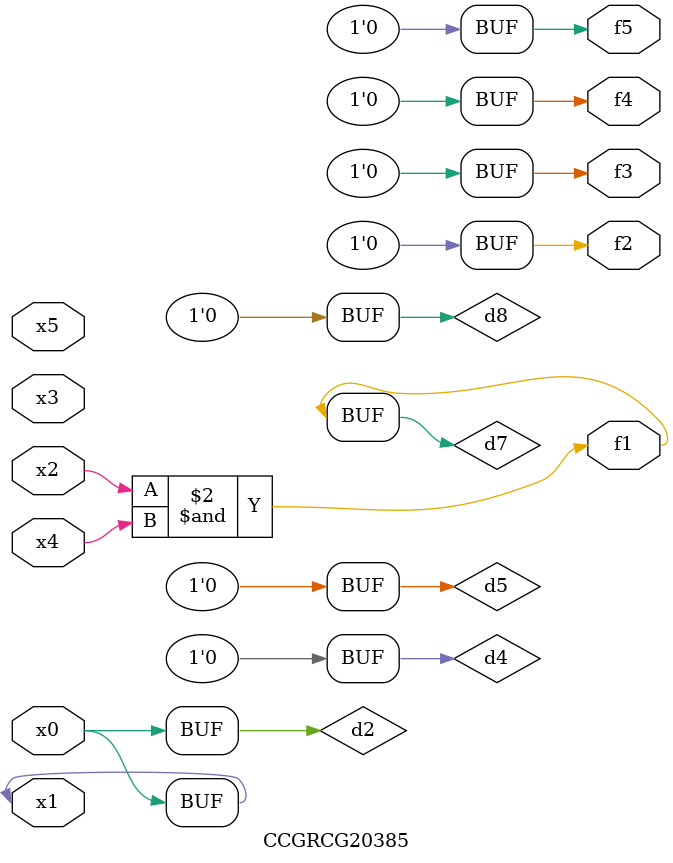
<source format=v>
module CCGRCG20385(
	input x0, x1, x2, x3, x4, x5,
	output f1, f2, f3, f4, f5
);

	wire d1, d2, d3, d4, d5, d6, d7, d8, d9;

	nand (d1, x1);
	buf (d2, x0, x1);
	nand (d3, x2, x4);
	and (d4, d1, d2);
	and (d5, d1, d2);
	nand (d6, d1, d3);
	not (d7, d3);
	xor (d8, d5);
	nor (d9, d5, d6);
	assign f1 = d7;
	assign f2 = d8;
	assign f3 = d8;
	assign f4 = d8;
	assign f5 = d8;
endmodule

</source>
